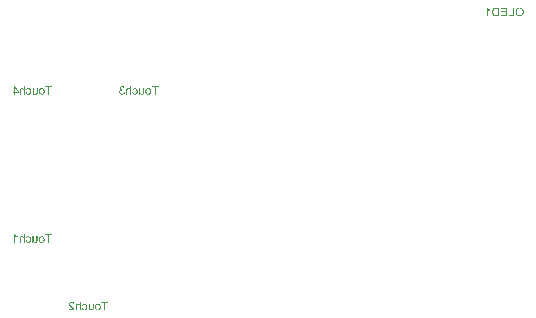
<source format=gbo>
G04*
G04 #@! TF.GenerationSoftware,Altium Limited,Altium Designer,19.1.5 (86)*
G04*
G04 Layer_Color=32896*
%FSLAX25Y25*%
%MOIN*%
G70*
G01*
G75*
G36*
X79481Y184200D02*
X79128D01*
Y185340D01*
X79124Y185427D01*
X79119Y185502D01*
X79111Y185569D01*
X79099Y185623D01*
X79086Y185664D01*
X79078Y185698D01*
X79074Y185714D01*
X79069Y185723D01*
X79045Y185773D01*
X79015Y185818D01*
X78982Y185856D01*
X78949Y185889D01*
X78920Y185914D01*
X78895Y185931D01*
X78878Y185943D01*
X78874Y185947D01*
X78820Y185976D01*
X78770Y185997D01*
X78720Y186010D01*
X78678Y186022D01*
X78637Y186026D01*
X78608Y186030D01*
X78583D01*
X78508Y186026D01*
X78441Y186010D01*
X78387Y185993D01*
X78341Y185968D01*
X78304Y185947D01*
X78279Y185926D01*
X78262Y185910D01*
X78258Y185906D01*
X78221Y185856D01*
X78192Y185793D01*
X78171Y185731D01*
X78154Y185669D01*
X78146Y185610D01*
X78142Y185564D01*
Y185548D01*
Y185535D01*
Y185527D01*
Y185523D01*
Y184200D01*
X77788D01*
Y185519D01*
X77792Y185627D01*
X77801Y185723D01*
X77813Y185802D01*
X77826Y185868D01*
X77838Y185922D01*
X77851Y185960D01*
X77859Y185980D01*
X77863Y185989D01*
X77896Y186047D01*
X77934Y186097D01*
X77975Y186139D01*
X78013Y186176D01*
X78050Y186205D01*
X78079Y186226D01*
X78100Y186238D01*
X78109Y186243D01*
X78175Y186272D01*
X78242Y186297D01*
X78308Y186313D01*
X78371Y186322D01*
X78425Y186330D01*
X78470Y186334D01*
X78508D01*
X78574Y186330D01*
X78641Y186322D01*
X78703Y186309D01*
X78762Y186288D01*
X78870Y186243D01*
X78916Y186218D01*
X78957Y186193D01*
X78995Y186163D01*
X79032Y186139D01*
X79061Y186114D01*
X79082Y186093D01*
X79103Y186072D01*
X79115Y186059D01*
X79124Y186051D01*
X79128Y186047D01*
Y187079D01*
X79481D01*
Y184200D01*
D02*
G37*
G36*
X83741Y184995D02*
Y184915D01*
X83737Y184845D01*
X83733Y184791D01*
X83729Y184741D01*
Y184707D01*
X83724Y184683D01*
X83720Y184666D01*
Y184662D01*
X83708Y184608D01*
X83691Y184558D01*
X83675Y184512D01*
X83654Y184475D01*
X83637Y184441D01*
X83625Y184421D01*
X83616Y184404D01*
X83612Y184400D01*
X83579Y184362D01*
X83541Y184329D01*
X83504Y184300D01*
X83462Y184275D01*
X83429Y184254D01*
X83400Y184237D01*
X83383Y184229D01*
X83375Y184225D01*
X83313Y184200D01*
X83254Y184183D01*
X83196Y184171D01*
X83142Y184163D01*
X83096Y184158D01*
X83059Y184154D01*
X83030D01*
X82955Y184158D01*
X82880Y184171D01*
X82813Y184187D01*
X82747Y184208D01*
X82689Y184237D01*
X82635Y184267D01*
X82585Y184296D01*
X82539Y184329D01*
X82497Y184362D01*
X82464Y184391D01*
X82435Y184425D01*
X82410Y184450D01*
X82389Y184470D01*
X82377Y184487D01*
X82368Y184500D01*
X82364Y184504D01*
Y184200D01*
X82048D01*
Y186288D01*
X82402D01*
Y185169D01*
X82406Y185074D01*
X82410Y184990D01*
X82418Y184920D01*
X82431Y184861D01*
X82443Y184816D01*
X82451Y184782D01*
X82456Y184766D01*
X82460Y184757D01*
X82485Y184707D01*
X82514Y184666D01*
X82547Y184628D01*
X82581Y184595D01*
X82610Y184570D01*
X82635Y184554D01*
X82651Y184541D01*
X82660Y184537D01*
X82714Y184512D01*
X82768Y184491D01*
X82818Y184479D01*
X82863Y184466D01*
X82901Y184462D01*
X82930Y184458D01*
X82959D01*
X83017Y184462D01*
X83067Y184470D01*
X83113Y184483D01*
X83150Y184500D01*
X83184Y184512D01*
X83205Y184525D01*
X83221Y184533D01*
X83225Y184537D01*
X83263Y184570D01*
X83292Y184604D01*
X83317Y184641D01*
X83338Y184674D01*
X83350Y184707D01*
X83358Y184732D01*
X83367Y184749D01*
Y184753D01*
X83375Y184799D01*
X83379Y184853D01*
X83383Y184915D01*
Y184978D01*
X83388Y185036D01*
Y185082D01*
Y185103D01*
Y185115D01*
Y185124D01*
Y185128D01*
Y186288D01*
X83741D01*
Y184995D01*
D02*
G37*
G36*
X80750Y186330D02*
X80842Y186313D01*
X80929Y186293D01*
X81000Y186272D01*
X81062Y186247D01*
X81087Y186234D01*
X81108Y186226D01*
X81125Y186218D01*
X81137Y186209D01*
X81145Y186205D01*
X81149D01*
X81229Y186155D01*
X81299Y186093D01*
X81357Y186030D01*
X81407Y185968D01*
X81445Y185914D01*
X81470Y185868D01*
X81478Y185852D01*
X81486Y185839D01*
X81491Y185831D01*
Y185827D01*
X81528Y185727D01*
X81553Y185627D01*
X81574Y185527D01*
X81586Y185435D01*
X81590Y185394D01*
X81595Y185356D01*
Y185323D01*
X81599Y185294D01*
Y185269D01*
Y185252D01*
Y185240D01*
Y185236D01*
X81595Y185140D01*
X81586Y185053D01*
X81574Y184965D01*
X81557Y184891D01*
X81541Y184816D01*
X81516Y184753D01*
X81495Y184691D01*
X81470Y184637D01*
X81445Y184591D01*
X81424Y184549D01*
X81399Y184512D01*
X81382Y184483D01*
X81366Y184462D01*
X81353Y184445D01*
X81345Y184437D01*
X81341Y184433D01*
X81291Y184383D01*
X81237Y184341D01*
X81183Y184304D01*
X81125Y184271D01*
X81066Y184246D01*
X81012Y184221D01*
X80900Y184187D01*
X80850Y184179D01*
X80804Y184171D01*
X80763Y184163D01*
X80725Y184158D01*
X80696Y184154D01*
X80654D01*
X80592Y184158D01*
X80530Y184163D01*
X80421Y184187D01*
X80322Y184217D01*
X80238Y184254D01*
X80205Y184275D01*
X80172Y184292D01*
X80143Y184308D01*
X80122Y184325D01*
X80105Y184337D01*
X80093Y184346D01*
X80085Y184350D01*
X80080Y184354D01*
X80039Y184396D01*
X80001Y184437D01*
X79935Y184529D01*
X79881Y184624D01*
X79843Y184712D01*
X79814Y184795D01*
X79806Y184828D01*
X79797Y184861D01*
X79793Y184886D01*
X79789Y184903D01*
X79785Y184915D01*
Y184920D01*
X80134Y184965D01*
X80151Y184874D01*
X80176Y184791D01*
X80209Y184724D01*
X80238Y184670D01*
X80268Y184624D01*
X80292Y184595D01*
X80305Y184574D01*
X80313Y184570D01*
X80367Y184529D01*
X80426Y184500D01*
X80484Y184475D01*
X80538Y184462D01*
X80584Y184454D01*
X80625Y184450D01*
X80650Y184445D01*
X80659D01*
X80704Y184450D01*
X80750Y184454D01*
X80833Y184475D01*
X80904Y184504D01*
X80966Y184541D01*
X81012Y184574D01*
X81050Y184604D01*
X81070Y184624D01*
X81079Y184633D01*
X81108Y184670D01*
X81133Y184716D01*
X81170Y184807D01*
X81199Y184911D01*
X81216Y185011D01*
X81229Y185103D01*
X81233Y185140D01*
Y185178D01*
X81237Y185203D01*
Y185228D01*
Y185240D01*
Y185244D01*
Y185319D01*
X81229Y185390D01*
X81220Y185456D01*
X81212Y185515D01*
X81199Y185569D01*
X81183Y185619D01*
X81170Y185664D01*
X81154Y185706D01*
X81137Y185739D01*
X81125Y185768D01*
X81108Y185793D01*
X81095Y185814D01*
X81087Y185831D01*
X81079Y185843D01*
X81070Y185847D01*
Y185852D01*
X81037Y185885D01*
X81004Y185914D01*
X80933Y185964D01*
X80858Y185997D01*
X80792Y186018D01*
X80729Y186035D01*
X80683Y186039D01*
X80663Y186043D01*
X80638D01*
X80575Y186039D01*
X80517Y186026D01*
X80467Y186010D01*
X80421Y185989D01*
X80388Y185968D01*
X80359Y185951D01*
X80342Y185939D01*
X80338Y185935D01*
X80297Y185893D01*
X80259Y185843D01*
X80226Y185789D01*
X80205Y185739D01*
X80184Y185693D01*
X80172Y185656D01*
X80168Y185631D01*
X80164Y185627D01*
Y185623D01*
X79818Y185677D01*
X79847Y185789D01*
X79889Y185885D01*
X79935Y185968D01*
X79980Y186035D01*
X80026Y186089D01*
X80064Y186126D01*
X80089Y186151D01*
X80093Y186159D01*
X80097D01*
X80184Y186218D01*
X80276Y186259D01*
X80367Y186293D01*
X80455Y186313D01*
X80534Y186326D01*
X80567Y186330D01*
X80592D01*
X80617Y186334D01*
X80650D01*
X80750Y186330D01*
D02*
G37*
G36*
X88600Y186738D02*
X87651D01*
Y184200D01*
X87269D01*
Y186738D01*
X86320D01*
Y187079D01*
X88600D01*
Y186738D01*
D02*
G37*
G36*
X77464Y185215D02*
Y184891D01*
X76212D01*
Y184200D01*
X75858D01*
Y184891D01*
X75467D01*
Y185215D01*
X75858D01*
Y187079D01*
X76145D01*
X77464Y185215D01*
D02*
G37*
G36*
X85197Y186330D02*
X85264Y186326D01*
X85393Y186297D01*
X85505Y186259D01*
X85555Y186238D01*
X85601Y186218D01*
X85642Y186197D01*
X85676Y186176D01*
X85709Y186155D01*
X85734Y186139D01*
X85755Y186122D01*
X85771Y186109D01*
X85780Y186105D01*
X85784Y186101D01*
X85842Y186047D01*
X85888Y185985D01*
X85933Y185918D01*
X85967Y185852D01*
X86000Y185781D01*
X86025Y185706D01*
X86046Y185635D01*
X86062Y185569D01*
X86079Y185502D01*
X86087Y185444D01*
X86096Y185386D01*
X86100Y185340D01*
Y185298D01*
X86104Y185269D01*
Y185252D01*
Y185244D01*
X86100Y185149D01*
X86092Y185057D01*
X86079Y184974D01*
X86062Y184895D01*
X86042Y184824D01*
X86021Y184757D01*
X85996Y184695D01*
X85971Y184641D01*
X85946Y184591D01*
X85921Y184549D01*
X85900Y184516D01*
X85879Y184487D01*
X85863Y184462D01*
X85850Y184445D01*
X85842Y184437D01*
X85838Y184433D01*
X85784Y184383D01*
X85730Y184341D01*
X85671Y184304D01*
X85613Y184271D01*
X85555Y184246D01*
X85492Y184221D01*
X85380Y184187D01*
X85330Y184179D01*
X85280Y184171D01*
X85239Y184163D01*
X85201Y184158D01*
X85168Y184154D01*
X85126D01*
X85027Y184158D01*
X84935Y184175D01*
X84848Y184196D01*
X84777Y184217D01*
X84715Y184242D01*
X84690Y184250D01*
X84669Y184258D01*
X84648Y184267D01*
X84636Y184275D01*
X84631Y184279D01*
X84627D01*
X84544Y184333D01*
X84473Y184391D01*
X84411Y184450D01*
X84361Y184508D01*
X84324Y184558D01*
X84294Y184599D01*
X84286Y184616D01*
X84278Y184628D01*
X84274Y184633D01*
Y184637D01*
X84232Y184732D01*
X84203Y184836D01*
X84178Y184941D01*
X84165Y185045D01*
X84157Y185090D01*
Y185132D01*
X84153Y185173D01*
X84149Y185207D01*
Y185236D01*
Y185257D01*
Y185269D01*
Y185273D01*
X84153Y185365D01*
X84161Y185448D01*
X84174Y185527D01*
X84190Y185602D01*
X84211Y185673D01*
X84236Y185735D01*
X84261Y185797D01*
X84286Y185847D01*
X84311Y185893D01*
X84336Y185935D01*
X84361Y185972D01*
X84382Y186001D01*
X84398Y186022D01*
X84411Y186039D01*
X84419Y186047D01*
X84423Y186051D01*
X84477Y186101D01*
X84531Y186143D01*
X84590Y186184D01*
X84648Y186213D01*
X84706Y186243D01*
X84764Y186263D01*
X84877Y186301D01*
X84931Y186309D01*
X84977Y186317D01*
X85018Y186326D01*
X85056Y186330D01*
X85085Y186334D01*
X85126D01*
X85197Y186330D01*
D02*
G37*
G36*
X112061Y187083D02*
X112173Y187062D01*
X112269Y187029D01*
X112352Y186995D01*
X112390Y186975D01*
X112419Y186958D01*
X112448Y186941D01*
X112469Y186925D01*
X112485Y186912D01*
X112498Y186904D01*
X112506Y186900D01*
X112510Y186896D01*
X112589Y186817D01*
X112652Y186729D01*
X112702Y186638D01*
X112743Y186546D01*
X112768Y186467D01*
X112781Y186434D01*
X112789Y186405D01*
X112793Y186380D01*
X112797Y186363D01*
X112801Y186351D01*
Y186347D01*
X112448Y186284D01*
X112431Y186376D01*
X112406Y186455D01*
X112377Y186521D01*
X112348Y186575D01*
X112319Y186617D01*
X112294Y186646D01*
X112277Y186667D01*
X112273Y186671D01*
X112219Y186713D01*
X112161Y186746D01*
X112107Y186767D01*
X112053Y186783D01*
X112003Y186792D01*
X111965Y186800D01*
X111932D01*
X111857Y186796D01*
X111791Y186779D01*
X111732Y186758D01*
X111682Y186738D01*
X111645Y186713D01*
X111616Y186692D01*
X111595Y186675D01*
X111591Y186671D01*
X111545Y186621D01*
X111512Y186567D01*
X111491Y186513D01*
X111474Y186463D01*
X111466Y186417D01*
X111458Y186384D01*
Y186359D01*
Y186355D01*
Y186351D01*
Y186305D01*
X111466Y186263D01*
X111487Y186193D01*
X111516Y186130D01*
X111549Y186076D01*
X111583Y186039D01*
X111612Y186010D01*
X111633Y185993D01*
X111637Y185989D01*
X111641D01*
X111712Y185951D01*
X111778Y185922D01*
X111849Y185901D01*
X111911Y185889D01*
X111965Y185881D01*
X112011Y185872D01*
X112065D01*
X112082Y185877D01*
X112103D01*
X112144Y185564D01*
X112090Y185577D01*
X112040Y185585D01*
X111999Y185594D01*
X111961Y185598D01*
X111932Y185602D01*
X111895D01*
X111807Y185594D01*
X111728Y185577D01*
X111657Y185552D01*
X111599Y185523D01*
X111553Y185494D01*
X111520Y185469D01*
X111499Y185452D01*
X111491Y185444D01*
X111437Y185381D01*
X111395Y185315D01*
X111366Y185248D01*
X111350Y185182D01*
X111337Y185128D01*
X111333Y185082D01*
X111329Y185065D01*
Y185053D01*
Y185045D01*
Y185040D01*
X111337Y184949D01*
X111358Y184866D01*
X111383Y184795D01*
X111416Y184732D01*
X111449Y184683D01*
X111474Y184645D01*
X111495Y184620D01*
X111504Y184612D01*
X111570Y184554D01*
X111641Y184512D01*
X111712Y184483D01*
X111778Y184462D01*
X111836Y184450D01*
X111882Y184445D01*
X111899Y184441D01*
X111924D01*
X111999Y184445D01*
X112069Y184462D01*
X112132Y184483D01*
X112182Y184508D01*
X112223Y184529D01*
X112257Y184549D01*
X112273Y184566D01*
X112281Y184570D01*
X112331Y184628D01*
X112373Y184695D01*
X112410Y184766D01*
X112440Y184841D01*
X112460Y184903D01*
X112469Y184932D01*
X112473Y184957D01*
X112477Y184978D01*
X112481Y184995D01*
X112485Y185003D01*
Y185007D01*
X112839Y184961D01*
X112831Y184895D01*
X112818Y184832D01*
X112781Y184716D01*
X112735Y184616D01*
X112710Y184574D01*
X112685Y184533D01*
X112660Y184495D01*
X112635Y184466D01*
X112614Y184437D01*
X112593Y184416D01*
X112581Y184400D01*
X112568Y184387D01*
X112560Y184379D01*
X112556Y184375D01*
X112506Y184337D01*
X112456Y184300D01*
X112406Y184271D01*
X112352Y184246D01*
X112248Y184204D01*
X112148Y184179D01*
X112103Y184171D01*
X112061Y184163D01*
X112023Y184158D01*
X111990Y184154D01*
X111965Y184150D01*
X111928D01*
X111849Y184154D01*
X111778Y184163D01*
X111707Y184175D01*
X111641Y184192D01*
X111578Y184213D01*
X111524Y184233D01*
X111470Y184258D01*
X111425Y184283D01*
X111379Y184304D01*
X111341Y184329D01*
X111308Y184350D01*
X111283Y184371D01*
X111262Y184387D01*
X111246Y184400D01*
X111237Y184408D01*
X111233Y184412D01*
X111183Y184462D01*
X111142Y184516D01*
X111104Y184570D01*
X111071Y184624D01*
X111046Y184674D01*
X111021Y184728D01*
X110988Y184828D01*
X110979Y184874D01*
X110971Y184915D01*
X110963Y184953D01*
X110959Y184986D01*
X110954Y185011D01*
Y185032D01*
Y185045D01*
Y185049D01*
X110959Y185149D01*
X110975Y185240D01*
X111000Y185319D01*
X111025Y185386D01*
X111050Y185440D01*
X111075Y185481D01*
X111092Y185506D01*
X111096Y185515D01*
X111154Y185577D01*
X111216Y185631D01*
X111283Y185673D01*
X111350Y185706D01*
X111408Y185731D01*
X111454Y185748D01*
X111470Y185752D01*
X111483Y185756D01*
X111491Y185760D01*
X111495D01*
X111425Y185797D01*
X111366Y185835D01*
X111316Y185877D01*
X111275Y185914D01*
X111241Y185947D01*
X111216Y185976D01*
X111204Y185993D01*
X111200Y186001D01*
X111167Y186059D01*
X111142Y186118D01*
X111121Y186176D01*
X111108Y186230D01*
X111100Y186276D01*
X111096Y186309D01*
Y186334D01*
Y186342D01*
X111100Y186413D01*
X111112Y186484D01*
X111129Y186546D01*
X111150Y186600D01*
X111171Y186646D01*
X111187Y186683D01*
X111200Y186704D01*
X111204Y186713D01*
X111246Y186775D01*
X111295Y186829D01*
X111345Y186875D01*
X111395Y186916D01*
X111437Y186946D01*
X111474Y186971D01*
X111499Y186983D01*
X111504Y186987D01*
X111508D01*
X111583Y187021D01*
X111657Y187045D01*
X111732Y187066D01*
X111799Y187079D01*
X111853Y187087D01*
X111899Y187091D01*
X112003D01*
X112061Y187083D01*
D02*
G37*
G36*
X114981Y184200D02*
X114628D01*
Y185340D01*
X114623Y185427D01*
X114619Y185502D01*
X114611Y185569D01*
X114599Y185623D01*
X114586Y185664D01*
X114578Y185698D01*
X114574Y185714D01*
X114569Y185723D01*
X114544Y185773D01*
X114515Y185818D01*
X114482Y185856D01*
X114449Y185889D01*
X114420Y185914D01*
X114395Y185931D01*
X114378Y185943D01*
X114374Y185947D01*
X114320Y185976D01*
X114270Y185997D01*
X114220Y186010D01*
X114178Y186022D01*
X114137Y186026D01*
X114108Y186030D01*
X114083D01*
X114008Y186026D01*
X113941Y186010D01*
X113887Y185993D01*
X113841Y185968D01*
X113804Y185947D01*
X113779Y185926D01*
X113762Y185910D01*
X113758Y185906D01*
X113721Y185856D01*
X113692Y185793D01*
X113671Y185731D01*
X113654Y185669D01*
X113646Y185610D01*
X113642Y185564D01*
Y185548D01*
Y185535D01*
Y185527D01*
Y185523D01*
Y184200D01*
X113288D01*
Y185519D01*
X113292Y185627D01*
X113301Y185723D01*
X113313Y185802D01*
X113326Y185868D01*
X113338Y185922D01*
X113351Y185960D01*
X113359Y185980D01*
X113363Y185989D01*
X113396Y186047D01*
X113434Y186097D01*
X113475Y186139D01*
X113513Y186176D01*
X113550Y186205D01*
X113579Y186226D01*
X113600Y186238D01*
X113609Y186243D01*
X113675Y186272D01*
X113742Y186297D01*
X113808Y186313D01*
X113871Y186322D01*
X113925Y186330D01*
X113970Y186334D01*
X114008D01*
X114074Y186330D01*
X114141Y186322D01*
X114203Y186309D01*
X114262Y186288D01*
X114370Y186243D01*
X114416Y186218D01*
X114457Y186193D01*
X114495Y186163D01*
X114532Y186139D01*
X114561Y186114D01*
X114582Y186093D01*
X114603Y186072D01*
X114615Y186059D01*
X114623Y186051D01*
X114628Y186047D01*
Y187079D01*
X114981D01*
Y184200D01*
D02*
G37*
G36*
X119241Y184995D02*
Y184915D01*
X119237Y184845D01*
X119233Y184791D01*
X119229Y184741D01*
Y184707D01*
X119225Y184683D01*
X119220Y184666D01*
Y184662D01*
X119208Y184608D01*
X119191Y184558D01*
X119175Y184512D01*
X119154Y184475D01*
X119137Y184441D01*
X119125Y184421D01*
X119116Y184404D01*
X119112Y184400D01*
X119079Y184362D01*
X119041Y184329D01*
X119004Y184300D01*
X118962Y184275D01*
X118929Y184254D01*
X118900Y184237D01*
X118883Y184229D01*
X118875Y184225D01*
X118813Y184200D01*
X118754Y184183D01*
X118696Y184171D01*
X118642Y184163D01*
X118596Y184158D01*
X118559Y184154D01*
X118530D01*
X118455Y184158D01*
X118380Y184171D01*
X118313Y184187D01*
X118247Y184208D01*
X118189Y184237D01*
X118135Y184267D01*
X118085Y184296D01*
X118039Y184329D01*
X117997Y184362D01*
X117964Y184391D01*
X117935Y184425D01*
X117910Y184450D01*
X117889Y184470D01*
X117877Y184487D01*
X117868Y184500D01*
X117864Y184504D01*
Y184200D01*
X117548D01*
Y186288D01*
X117902D01*
Y185169D01*
X117906Y185074D01*
X117910Y184990D01*
X117918Y184920D01*
X117931Y184861D01*
X117943Y184816D01*
X117952Y184782D01*
X117956Y184766D01*
X117960Y184757D01*
X117985Y184707D01*
X118014Y184666D01*
X118047Y184628D01*
X118080Y184595D01*
X118110Y184570D01*
X118135Y184554D01*
X118151Y184541D01*
X118159Y184537D01*
X118214Y184512D01*
X118268Y184491D01*
X118318Y184479D01*
X118363Y184466D01*
X118401Y184462D01*
X118430Y184458D01*
X118459D01*
X118517Y184462D01*
X118567Y184470D01*
X118613Y184483D01*
X118650Y184500D01*
X118684Y184512D01*
X118704Y184525D01*
X118721Y184533D01*
X118725Y184537D01*
X118763Y184570D01*
X118792Y184604D01*
X118817Y184641D01*
X118838Y184674D01*
X118850Y184707D01*
X118858Y184732D01*
X118867Y184749D01*
Y184753D01*
X118875Y184799D01*
X118879Y184853D01*
X118883Y184915D01*
Y184978D01*
X118887Y185036D01*
Y185082D01*
Y185103D01*
Y185115D01*
Y185124D01*
Y185128D01*
Y186288D01*
X119241D01*
Y184995D01*
D02*
G37*
G36*
X116250Y186330D02*
X116342Y186313D01*
X116429Y186293D01*
X116500Y186272D01*
X116562Y186247D01*
X116587Y186234D01*
X116608Y186226D01*
X116624Y186218D01*
X116637Y186209D01*
X116645Y186205D01*
X116649D01*
X116728Y186155D01*
X116799Y186093D01*
X116857Y186030D01*
X116907Y185968D01*
X116945Y185914D01*
X116970Y185868D01*
X116978Y185852D01*
X116986Y185839D01*
X116991Y185831D01*
Y185827D01*
X117028Y185727D01*
X117053Y185627D01*
X117074Y185527D01*
X117086Y185435D01*
X117090Y185394D01*
X117095Y185356D01*
Y185323D01*
X117099Y185294D01*
Y185269D01*
Y185252D01*
Y185240D01*
Y185236D01*
X117095Y185140D01*
X117086Y185053D01*
X117074Y184965D01*
X117057Y184891D01*
X117041Y184816D01*
X117016Y184753D01*
X116995Y184691D01*
X116970Y184637D01*
X116945Y184591D01*
X116924Y184549D01*
X116899Y184512D01*
X116882Y184483D01*
X116866Y184462D01*
X116853Y184445D01*
X116845Y184437D01*
X116841Y184433D01*
X116791Y184383D01*
X116737Y184341D01*
X116683Y184304D01*
X116624Y184271D01*
X116566Y184246D01*
X116512Y184221D01*
X116400Y184187D01*
X116350Y184179D01*
X116304Y184171D01*
X116263Y184163D01*
X116225Y184158D01*
X116196Y184154D01*
X116154D01*
X116092Y184158D01*
X116030Y184163D01*
X115921Y184187D01*
X115822Y184217D01*
X115738Y184254D01*
X115705Y184275D01*
X115672Y184292D01*
X115643Y184308D01*
X115622Y184325D01*
X115605Y184337D01*
X115593Y184346D01*
X115585Y184350D01*
X115580Y184354D01*
X115539Y184396D01*
X115501Y184437D01*
X115435Y184529D01*
X115381Y184624D01*
X115343Y184712D01*
X115314Y184795D01*
X115306Y184828D01*
X115297Y184861D01*
X115293Y184886D01*
X115289Y184903D01*
X115285Y184915D01*
Y184920D01*
X115634Y184965D01*
X115651Y184874D01*
X115676Y184791D01*
X115709Y184724D01*
X115738Y184670D01*
X115768Y184624D01*
X115793Y184595D01*
X115805Y184574D01*
X115813Y184570D01*
X115867Y184529D01*
X115926Y184500D01*
X115984Y184475D01*
X116038Y184462D01*
X116084Y184454D01*
X116125Y184450D01*
X116150Y184445D01*
X116159D01*
X116204Y184450D01*
X116250Y184454D01*
X116333Y184475D01*
X116404Y184504D01*
X116466Y184541D01*
X116512Y184574D01*
X116550Y184604D01*
X116570Y184624D01*
X116579Y184633D01*
X116608Y184670D01*
X116633Y184716D01*
X116670Y184807D01*
X116699Y184911D01*
X116716Y185011D01*
X116728Y185103D01*
X116733Y185140D01*
Y185178D01*
X116737Y185203D01*
Y185228D01*
Y185240D01*
Y185244D01*
Y185319D01*
X116728Y185390D01*
X116720Y185456D01*
X116712Y185515D01*
X116699Y185569D01*
X116683Y185619D01*
X116670Y185664D01*
X116654Y185706D01*
X116637Y185739D01*
X116624Y185768D01*
X116608Y185793D01*
X116595Y185814D01*
X116587Y185831D01*
X116579Y185843D01*
X116570Y185847D01*
Y185852D01*
X116537Y185885D01*
X116504Y185914D01*
X116433Y185964D01*
X116358Y185997D01*
X116292Y186018D01*
X116229Y186035D01*
X116183Y186039D01*
X116163Y186043D01*
X116138D01*
X116075Y186039D01*
X116017Y186026D01*
X115967Y186010D01*
X115921Y185989D01*
X115888Y185968D01*
X115859Y185951D01*
X115842Y185939D01*
X115838Y185935D01*
X115797Y185893D01*
X115759Y185843D01*
X115726Y185789D01*
X115705Y185739D01*
X115684Y185693D01*
X115672Y185656D01*
X115668Y185631D01*
X115664Y185627D01*
Y185623D01*
X115318Y185677D01*
X115347Y185789D01*
X115389Y185885D01*
X115435Y185968D01*
X115480Y186035D01*
X115526Y186089D01*
X115564Y186126D01*
X115589Y186151D01*
X115593Y186159D01*
X115597D01*
X115684Y186218D01*
X115776Y186259D01*
X115867Y186293D01*
X115955Y186313D01*
X116034Y186326D01*
X116067Y186330D01*
X116092D01*
X116117Y186334D01*
X116150D01*
X116250Y186330D01*
D02*
G37*
G36*
X124100Y186738D02*
X123152D01*
Y184200D01*
X122769D01*
Y186738D01*
X121820D01*
Y187079D01*
X124100D01*
Y186738D01*
D02*
G37*
G36*
X120697Y186330D02*
X120764Y186326D01*
X120893Y186297D01*
X121005Y186259D01*
X121055Y186238D01*
X121101Y186218D01*
X121142Y186197D01*
X121176Y186176D01*
X121209Y186155D01*
X121234Y186139D01*
X121255Y186122D01*
X121271Y186109D01*
X121280Y186105D01*
X121284Y186101D01*
X121342Y186047D01*
X121388Y185985D01*
X121433Y185918D01*
X121467Y185852D01*
X121500Y185781D01*
X121525Y185706D01*
X121546Y185635D01*
X121562Y185569D01*
X121579Y185502D01*
X121587Y185444D01*
X121596Y185386D01*
X121600Y185340D01*
Y185298D01*
X121604Y185269D01*
Y185252D01*
Y185244D01*
X121600Y185149D01*
X121591Y185057D01*
X121579Y184974D01*
X121562Y184895D01*
X121542Y184824D01*
X121521Y184757D01*
X121496Y184695D01*
X121471Y184641D01*
X121446Y184591D01*
X121421Y184549D01*
X121400Y184516D01*
X121379Y184487D01*
X121363Y184462D01*
X121350Y184445D01*
X121342Y184437D01*
X121338Y184433D01*
X121284Y184383D01*
X121230Y184341D01*
X121171Y184304D01*
X121113Y184271D01*
X121055Y184246D01*
X120993Y184221D01*
X120880Y184187D01*
X120830Y184179D01*
X120780Y184171D01*
X120739Y184163D01*
X120701Y184158D01*
X120668Y184154D01*
X120626D01*
X120527Y184158D01*
X120435Y184175D01*
X120348Y184196D01*
X120277Y184217D01*
X120215Y184242D01*
X120190Y184250D01*
X120169Y184258D01*
X120148Y184267D01*
X120135Y184275D01*
X120131Y184279D01*
X120127D01*
X120044Y184333D01*
X119973Y184391D01*
X119911Y184450D01*
X119861Y184508D01*
X119824Y184558D01*
X119794Y184599D01*
X119786Y184616D01*
X119778Y184628D01*
X119774Y184633D01*
Y184637D01*
X119732Y184732D01*
X119703Y184836D01*
X119678Y184941D01*
X119665Y185045D01*
X119657Y185090D01*
Y185132D01*
X119653Y185173D01*
X119649Y185207D01*
Y185236D01*
Y185257D01*
Y185269D01*
Y185273D01*
X119653Y185365D01*
X119661Y185448D01*
X119674Y185527D01*
X119690Y185602D01*
X119711Y185673D01*
X119736Y185735D01*
X119761Y185797D01*
X119786Y185847D01*
X119811Y185893D01*
X119836Y185935D01*
X119861Y185972D01*
X119882Y186001D01*
X119898Y186022D01*
X119911Y186039D01*
X119919Y186047D01*
X119923Y186051D01*
X119977Y186101D01*
X120031Y186143D01*
X120090Y186184D01*
X120148Y186213D01*
X120206Y186243D01*
X120264Y186263D01*
X120377Y186301D01*
X120431Y186309D01*
X120477Y186317D01*
X120518Y186326D01*
X120556Y186330D01*
X120585Y186334D01*
X120626D01*
X120697Y186330D01*
D02*
G37*
G36*
X79464Y134843D02*
X79110D01*
Y135982D01*
X79106Y136070D01*
X79102Y136145D01*
X79094Y136211D01*
X79081Y136265D01*
X79069Y136307D01*
X79060Y136340D01*
X79056Y136357D01*
X79052Y136365D01*
X79027Y136415D01*
X78998Y136461D01*
X78965Y136498D01*
X78931Y136531D01*
X78902Y136556D01*
X78877Y136573D01*
X78861Y136586D01*
X78857Y136590D01*
X78803Y136619D01*
X78753Y136640D01*
X78703Y136652D01*
X78661Y136665D01*
X78619Y136669D01*
X78590Y136673D01*
X78565D01*
X78491Y136669D01*
X78424Y136652D01*
X78370Y136635D01*
X78324Y136610D01*
X78287Y136590D01*
X78262Y136569D01*
X78245Y136552D01*
X78241Y136548D01*
X78203Y136498D01*
X78174Y136436D01*
X78154Y136373D01*
X78137Y136311D01*
X78129Y136253D01*
X78124Y136207D01*
Y136190D01*
Y136178D01*
Y136170D01*
Y136165D01*
Y134843D01*
X77771D01*
Y136161D01*
X77775Y136269D01*
X77783Y136365D01*
X77796Y136444D01*
X77808Y136511D01*
X77821Y136565D01*
X77833Y136602D01*
X77842Y136623D01*
X77846Y136631D01*
X77879Y136690D01*
X77916Y136740D01*
X77958Y136781D01*
X77996Y136819D01*
X78033Y136848D01*
X78062Y136868D01*
X78083Y136881D01*
X78091Y136885D01*
X78158Y136914D01*
X78224Y136939D01*
X78291Y136956D01*
X78353Y136964D01*
X78407Y136972D01*
X78453Y136977D01*
X78491D01*
X78557Y136972D01*
X78624Y136964D01*
X78686Y136952D01*
X78744Y136931D01*
X78852Y136885D01*
X78898Y136860D01*
X78940Y136835D01*
X78977Y136806D01*
X79015Y136781D01*
X79044Y136756D01*
X79065Y136735D01*
X79085Y136714D01*
X79098Y136702D01*
X79106Y136694D01*
X79110Y136690D01*
Y137721D01*
X79464D01*
Y134843D01*
D02*
G37*
G36*
X76265Y137663D02*
X76311Y137596D01*
X76365Y137530D01*
X76415Y137472D01*
X76465Y137422D01*
X76502Y137380D01*
X76519Y137368D01*
X76531Y137355D01*
X76535Y137351D01*
X76539Y137347D01*
X76627Y137276D01*
X76714Y137210D01*
X76797Y137151D01*
X76881Y137106D01*
X76951Y137064D01*
X76980Y137047D01*
X77005Y137035D01*
X77026Y137022D01*
X77043Y137018D01*
X77051Y137010D01*
X77055D01*
Y136669D01*
X76993Y136694D01*
X76930Y136723D01*
X76868Y136752D01*
X76810Y136781D01*
X76760Y136806D01*
X76718Y136827D01*
X76693Y136844D01*
X76689Y136848D01*
X76685D01*
X76610Y136893D01*
X76544Y136939D01*
X76485Y136981D01*
X76440Y137018D01*
X76398Y137047D01*
X76373Y137072D01*
X76352Y137089D01*
X76348Y137093D01*
Y134843D01*
X75994D01*
Y137734D01*
X76223D01*
X76265Y137663D01*
D02*
G37*
G36*
X83724Y135637D02*
Y135558D01*
X83720Y135487D01*
X83715Y135433D01*
X83711Y135383D01*
Y135350D01*
X83707Y135325D01*
X83703Y135308D01*
Y135304D01*
X83691Y135250D01*
X83674Y135200D01*
X83657Y135154D01*
X83636Y135117D01*
X83620Y135084D01*
X83607Y135063D01*
X83599Y135046D01*
X83595Y135042D01*
X83562Y135005D01*
X83524Y134971D01*
X83487Y134942D01*
X83445Y134917D01*
X83412Y134897D01*
X83383Y134880D01*
X83366Y134872D01*
X83358Y134868D01*
X83295Y134843D01*
X83237Y134826D01*
X83179Y134813D01*
X83125Y134805D01*
X83079Y134801D01*
X83042Y134797D01*
X83012D01*
X82938Y134801D01*
X82863Y134813D01*
X82796Y134830D01*
X82730Y134851D01*
X82671Y134880D01*
X82617Y134909D01*
X82567Y134938D01*
X82522Y134971D01*
X82480Y135005D01*
X82447Y135034D01*
X82418Y135067D01*
X82393Y135092D01*
X82372Y135113D01*
X82359Y135130D01*
X82351Y135142D01*
X82347Y135146D01*
Y134843D01*
X82031D01*
Y136931D01*
X82384D01*
Y135812D01*
X82388Y135716D01*
X82393Y135633D01*
X82401Y135562D01*
X82413Y135504D01*
X82426Y135458D01*
X82434Y135425D01*
X82438Y135408D01*
X82442Y135400D01*
X82468Y135350D01*
X82497Y135308D01*
X82530Y135271D01*
X82563Y135238D01*
X82592Y135213D01*
X82617Y135196D01*
X82634Y135184D01*
X82642Y135179D01*
X82696Y135154D01*
X82750Y135134D01*
X82800Y135121D01*
X82846Y135109D01*
X82884Y135105D01*
X82913Y135100D01*
X82942D01*
X83000Y135105D01*
X83050Y135113D01*
X83096Y135125D01*
X83133Y135142D01*
X83166Y135154D01*
X83187Y135167D01*
X83204Y135175D01*
X83208Y135179D01*
X83245Y135213D01*
X83275Y135246D01*
X83299Y135284D01*
X83320Y135317D01*
X83333Y135350D01*
X83341Y135375D01*
X83349Y135392D01*
Y135396D01*
X83358Y135442D01*
X83362Y135496D01*
X83366Y135558D01*
Y135620D01*
X83370Y135679D01*
Y135724D01*
Y135745D01*
Y135758D01*
Y135766D01*
Y135770D01*
Y136931D01*
X83724D01*
Y135637D01*
D02*
G37*
G36*
X80733Y136972D02*
X80824Y136956D01*
X80912Y136935D01*
X80982Y136914D01*
X81045Y136889D01*
X81070Y136877D01*
X81090Y136868D01*
X81107Y136860D01*
X81120Y136852D01*
X81128Y136848D01*
X81132D01*
X81211Y136798D01*
X81282Y136735D01*
X81340Y136673D01*
X81390Y136610D01*
X81428Y136556D01*
X81452Y136511D01*
X81461Y136494D01*
X81469Y136482D01*
X81473Y136473D01*
Y136469D01*
X81511Y136369D01*
X81536Y136269D01*
X81556Y136170D01*
X81569Y136078D01*
X81573Y136036D01*
X81577Y135999D01*
Y135966D01*
X81581Y135937D01*
Y135912D01*
Y135895D01*
Y135882D01*
Y135878D01*
X81577Y135783D01*
X81569Y135695D01*
X81556Y135608D01*
X81540Y135533D01*
X81523Y135458D01*
X81498Y135396D01*
X81477Y135333D01*
X81452Y135279D01*
X81428Y135234D01*
X81407Y135192D01*
X81382Y135154D01*
X81365Y135125D01*
X81348Y135105D01*
X81336Y135088D01*
X81328Y135080D01*
X81323Y135075D01*
X81274Y135026D01*
X81220Y134984D01*
X81165Y134947D01*
X81107Y134913D01*
X81049Y134888D01*
X80995Y134863D01*
X80883Y134830D01*
X80833Y134822D01*
X80787Y134813D01*
X80745Y134805D01*
X80708Y134801D01*
X80679Y134797D01*
X80637D01*
X80575Y134801D01*
X80512Y134805D01*
X80404Y134830D01*
X80304Y134859D01*
X80221Y134897D01*
X80188Y134917D01*
X80155Y134934D01*
X80125Y134951D01*
X80105Y134967D01*
X80088Y134980D01*
X80076Y134988D01*
X80067Y134992D01*
X80063Y134996D01*
X80021Y135038D01*
X79984Y135080D01*
X79917Y135171D01*
X79863Y135267D01*
X79826Y135354D01*
X79797Y135437D01*
X79788Y135471D01*
X79780Y135504D01*
X79776Y135529D01*
X79772Y135546D01*
X79768Y135558D01*
Y135562D01*
X80117Y135608D01*
X80134Y135516D01*
X80159Y135433D01*
X80192Y135367D01*
X80221Y135313D01*
X80250Y135267D01*
X80275Y135238D01*
X80288Y135217D01*
X80296Y135213D01*
X80350Y135171D01*
X80408Y135142D01*
X80467Y135117D01*
X80521Y135105D01*
X80566Y135096D01*
X80608Y135092D01*
X80633Y135088D01*
X80641D01*
X80687Y135092D01*
X80733Y135096D01*
X80816Y135117D01*
X80887Y135146D01*
X80949Y135184D01*
X80995Y135217D01*
X81032Y135246D01*
X81053Y135267D01*
X81061Y135275D01*
X81090Y135313D01*
X81116Y135358D01*
X81153Y135450D01*
X81182Y135554D01*
X81199Y135654D01*
X81211Y135745D01*
X81215Y135783D01*
Y135820D01*
X81220Y135845D01*
Y135870D01*
Y135882D01*
Y135887D01*
Y135962D01*
X81211Y136032D01*
X81203Y136099D01*
X81195Y136157D01*
X81182Y136211D01*
X81165Y136261D01*
X81153Y136307D01*
X81136Y136348D01*
X81120Y136382D01*
X81107Y136411D01*
X81090Y136436D01*
X81078Y136457D01*
X81070Y136473D01*
X81061Y136486D01*
X81053Y136490D01*
Y136494D01*
X81020Y136527D01*
X80986Y136556D01*
X80916Y136606D01*
X80841Y136640D01*
X80774Y136660D01*
X80712Y136677D01*
X80666Y136681D01*
X80645Y136685D01*
X80620D01*
X80558Y136681D01*
X80500Y136669D01*
X80450Y136652D01*
X80404Y136631D01*
X80371Y136610D01*
X80342Y136594D01*
X80325Y136581D01*
X80321Y136577D01*
X80279Y136536D01*
X80242Y136486D01*
X80209Y136432D01*
X80188Y136382D01*
X80167Y136336D01*
X80155Y136299D01*
X80150Y136274D01*
X80146Y136269D01*
Y136265D01*
X79801Y136319D01*
X79830Y136432D01*
X79872Y136527D01*
X79917Y136610D01*
X79963Y136677D01*
X80009Y136731D01*
X80046Y136769D01*
X80071Y136794D01*
X80076Y136802D01*
X80080D01*
X80167Y136860D01*
X80259Y136902D01*
X80350Y136935D01*
X80437Y136956D01*
X80516Y136968D01*
X80550Y136972D01*
X80575D01*
X80600Y136977D01*
X80633D01*
X80733Y136972D01*
D02*
G37*
G36*
X88583Y137380D02*
X87634D01*
Y134843D01*
X87252D01*
Y137380D01*
X86303D01*
Y137721D01*
X88583D01*
Y137380D01*
D02*
G37*
G36*
X85180Y136972D02*
X85246Y136968D01*
X85375Y136939D01*
X85488Y136902D01*
X85538Y136881D01*
X85583Y136860D01*
X85625Y136839D01*
X85658Y136819D01*
X85691Y136798D01*
X85716Y136781D01*
X85737Y136764D01*
X85754Y136752D01*
X85762Y136748D01*
X85766Y136744D01*
X85825Y136690D01*
X85870Y136627D01*
X85916Y136561D01*
X85949Y136494D01*
X85983Y136423D01*
X86008Y136348D01*
X86028Y136278D01*
X86045Y136211D01*
X86062Y136145D01*
X86070Y136086D01*
X86078Y136028D01*
X86083Y135982D01*
Y135941D01*
X86087Y135912D01*
Y135895D01*
Y135887D01*
X86083Y135791D01*
X86074Y135699D01*
X86062Y135616D01*
X86045Y135537D01*
X86024Y135467D01*
X86004Y135400D01*
X85979Y135338D01*
X85954Y135284D01*
X85929Y135234D01*
X85904Y135192D01*
X85883Y135159D01*
X85862Y135130D01*
X85845Y135105D01*
X85833Y135088D01*
X85825Y135080D01*
X85820Y135075D01*
X85766Y135026D01*
X85712Y134984D01*
X85654Y134947D01*
X85596Y134913D01*
X85538Y134888D01*
X85475Y134863D01*
X85363Y134830D01*
X85313Y134822D01*
X85263Y134813D01*
X85221Y134805D01*
X85184Y134801D01*
X85151Y134797D01*
X85109D01*
X85009Y134801D01*
X84918Y134818D01*
X84830Y134838D01*
X84760Y134859D01*
X84697Y134884D01*
X84672Y134892D01*
X84651Y134901D01*
X84631Y134909D01*
X84618Y134917D01*
X84614Y134922D01*
X84610D01*
X84527Y134976D01*
X84456Y135034D01*
X84394Y135092D01*
X84344Y135150D01*
X84306Y135200D01*
X84277Y135242D01*
X84269Y135258D01*
X84260Y135271D01*
X84256Y135275D01*
Y135279D01*
X84215Y135375D01*
X84186Y135479D01*
X84161Y135583D01*
X84148Y135687D01*
X84140Y135733D01*
Y135774D01*
X84136Y135816D01*
X84131Y135849D01*
Y135878D01*
Y135899D01*
Y135912D01*
Y135916D01*
X84136Y136007D01*
X84144Y136091D01*
X84156Y136170D01*
X84173Y136244D01*
X84194Y136315D01*
X84219Y136378D01*
X84244Y136440D01*
X84269Y136490D01*
X84294Y136536D01*
X84319Y136577D01*
X84344Y136615D01*
X84364Y136644D01*
X84381Y136665D01*
X84394Y136681D01*
X84402Y136690D01*
X84406Y136694D01*
X84460Y136744D01*
X84514Y136785D01*
X84572Y136827D01*
X84631Y136856D01*
X84689Y136885D01*
X84747Y136906D01*
X84860Y136943D01*
X84914Y136952D01*
X84959Y136960D01*
X85001Y136968D01*
X85038Y136972D01*
X85067Y136977D01*
X85109D01*
X85180Y136972D01*
D02*
G37*
G36*
X95165Y115187D02*
X95236Y115183D01*
X95303Y115170D01*
X95365Y115158D01*
X95423Y115141D01*
X95477Y115125D01*
X95527Y115104D01*
X95573Y115083D01*
X95615Y115062D01*
X95648Y115041D01*
X95677Y115025D01*
X95702Y115008D01*
X95723Y114996D01*
X95735Y114983D01*
X95744Y114979D01*
X95748Y114975D01*
X95789Y114933D01*
X95827Y114887D01*
X95864Y114838D01*
X95893Y114788D01*
X95943Y114688D01*
X95977Y114588D01*
X95989Y114542D01*
X96001Y114497D01*
X96010Y114459D01*
X96018Y114426D01*
X96022Y114397D01*
Y114376D01*
X96026Y114363D01*
Y114359D01*
X95665Y114322D01*
X95656Y114417D01*
X95639Y114501D01*
X95615Y114576D01*
X95585Y114634D01*
X95560Y114684D01*
X95535Y114717D01*
X95519Y114738D01*
X95511Y114746D01*
X95448Y114796D01*
X95382Y114833D01*
X95311Y114863D01*
X95249Y114879D01*
X95190Y114892D01*
X95140Y114896D01*
X95124Y114900D01*
X95099D01*
X95011Y114896D01*
X94932Y114879D01*
X94866Y114854D01*
X94807Y114829D01*
X94762Y114800D01*
X94733Y114779D01*
X94712Y114763D01*
X94704Y114754D01*
X94654Y114696D01*
X94616Y114638D01*
X94587Y114580D01*
X94570Y114521D01*
X94558Y114476D01*
X94554Y114434D01*
X94550Y114409D01*
Y114405D01*
Y114401D01*
X94558Y114326D01*
X94575Y114247D01*
X94604Y114176D01*
X94633Y114110D01*
X94666Y114056D01*
X94695Y114010D01*
X94704Y113993D01*
X94712Y113981D01*
X94720Y113977D01*
Y113972D01*
X94753Y113927D01*
X94795Y113881D01*
X94841Y113831D01*
X94891Y113781D01*
X94995Y113681D01*
X95099Y113581D01*
X95153Y113535D01*
X95199Y113494D01*
X95244Y113456D01*
X95282Y113423D01*
X95311Y113398D01*
X95336Y113377D01*
X95353Y113365D01*
X95357Y113361D01*
X95461Y113273D01*
X95556Y113190D01*
X95635Y113115D01*
X95698Y113053D01*
X95752Y112999D01*
X95789Y112961D01*
X95810Y112936D01*
X95818Y112932D01*
Y112928D01*
X95877Y112857D01*
X95922Y112791D01*
X95964Y112724D01*
X95997Y112666D01*
X96022Y112616D01*
X96039Y112579D01*
X96047Y112554D01*
X96051Y112550D01*
Y112545D01*
X96068Y112500D01*
X96076Y112458D01*
X96085Y112417D01*
X96089Y112379D01*
X96093Y112346D01*
Y112321D01*
Y112304D01*
Y112300D01*
X94183D01*
Y112641D01*
X95602D01*
X95552Y112712D01*
X95527Y112741D01*
X95506Y112770D01*
X95486Y112795D01*
X95469Y112812D01*
X95456Y112824D01*
X95452Y112828D01*
X95432Y112849D01*
X95407Y112870D01*
X95348Y112924D01*
X95282Y112986D01*
X95211Y113049D01*
X95144Y113103D01*
X95115Y113128D01*
X95090Y113153D01*
X95070Y113169D01*
X95053Y113182D01*
X95045Y113190D01*
X95041Y113194D01*
X94974Y113253D01*
X94907Y113307D01*
X94849Y113361D01*
X94795Y113407D01*
X94745Y113452D01*
X94704Y113494D01*
X94662Y113531D01*
X94629Y113565D01*
X94595Y113598D01*
X94570Y113623D01*
X94550Y113644D01*
X94529Y113664D01*
X94508Y113689D01*
X94500Y113698D01*
X94441Y113768D01*
X94392Y113831D01*
X94350Y113893D01*
X94317Y113943D01*
X94292Y113989D01*
X94275Y114022D01*
X94267Y114043D01*
X94263Y114051D01*
X94238Y114114D01*
X94221Y114176D01*
X94204Y114234D01*
X94196Y114284D01*
X94192Y114330D01*
X94188Y114363D01*
Y114384D01*
Y114392D01*
X94192Y114455D01*
X94200Y114513D01*
X94209Y114571D01*
X94225Y114621D01*
X94267Y114721D01*
X94308Y114800D01*
X94333Y114838D01*
X94354Y114867D01*
X94375Y114896D01*
X94396Y114917D01*
X94412Y114933D01*
X94421Y114950D01*
X94429Y114954D01*
X94433Y114958D01*
X94479Y115000D01*
X94529Y115037D01*
X94583Y115066D01*
X94637Y115091D01*
X94745Y115133D01*
X94853Y115162D01*
X94899Y115170D01*
X94945Y115179D01*
X94986Y115183D01*
X95020Y115187D01*
X95049Y115191D01*
X95090D01*
X95165Y115187D01*
D02*
G37*
G36*
X98181Y112300D02*
X97828D01*
Y113440D01*
X97824Y113527D01*
X97819Y113602D01*
X97811Y113669D01*
X97799Y113723D01*
X97786Y113764D01*
X97778Y113798D01*
X97774Y113814D01*
X97769Y113823D01*
X97745Y113873D01*
X97715Y113918D01*
X97682Y113956D01*
X97649Y113989D01*
X97620Y114014D01*
X97595Y114031D01*
X97578Y114043D01*
X97574Y114047D01*
X97520Y114076D01*
X97470Y114097D01*
X97420Y114110D01*
X97378Y114122D01*
X97337Y114126D01*
X97308Y114130D01*
X97283D01*
X97208Y114126D01*
X97141Y114110D01*
X97087Y114093D01*
X97041Y114068D01*
X97004Y114047D01*
X96979Y114026D01*
X96962Y114010D01*
X96958Y114006D01*
X96921Y113956D01*
X96892Y113893D01*
X96871Y113831D01*
X96854Y113768D01*
X96846Y113710D01*
X96842Y113664D01*
Y113648D01*
Y113635D01*
Y113627D01*
Y113623D01*
Y112300D01*
X96488D01*
Y113619D01*
X96492Y113727D01*
X96501Y113823D01*
X96513Y113902D01*
X96526Y113968D01*
X96538Y114022D01*
X96551Y114060D01*
X96559Y114081D01*
X96563Y114089D01*
X96596Y114147D01*
X96634Y114197D01*
X96675Y114239D01*
X96713Y114276D01*
X96750Y114305D01*
X96779Y114326D01*
X96800Y114338D01*
X96808Y114343D01*
X96875Y114372D01*
X96942Y114397D01*
X97008Y114413D01*
X97071Y114422D01*
X97125Y114430D01*
X97170Y114434D01*
X97208D01*
X97274Y114430D01*
X97341Y114422D01*
X97403Y114409D01*
X97462Y114388D01*
X97570Y114343D01*
X97615Y114318D01*
X97657Y114293D01*
X97695Y114263D01*
X97732Y114239D01*
X97761Y114214D01*
X97782Y114193D01*
X97803Y114172D01*
X97815Y114160D01*
X97824Y114151D01*
X97828Y114147D01*
Y115179D01*
X98181D01*
Y112300D01*
D02*
G37*
G36*
X102441Y113095D02*
Y113015D01*
X102437Y112945D01*
X102433Y112891D01*
X102429Y112841D01*
Y112808D01*
X102425Y112783D01*
X102420Y112766D01*
Y112762D01*
X102408Y112708D01*
X102391Y112658D01*
X102375Y112612D01*
X102354Y112575D01*
X102337Y112541D01*
X102325Y112521D01*
X102316Y112504D01*
X102312Y112500D01*
X102279Y112462D01*
X102241Y112429D01*
X102204Y112400D01*
X102162Y112375D01*
X102129Y112354D01*
X102100Y112337D01*
X102083Y112329D01*
X102075Y112325D01*
X102013Y112300D01*
X101954Y112283D01*
X101896Y112271D01*
X101842Y112263D01*
X101796Y112258D01*
X101759Y112254D01*
X101730D01*
X101655Y112258D01*
X101580Y112271D01*
X101513Y112287D01*
X101447Y112308D01*
X101389Y112337D01*
X101335Y112367D01*
X101285Y112396D01*
X101239Y112429D01*
X101197Y112462D01*
X101164Y112491D01*
X101135Y112525D01*
X101110Y112550D01*
X101089Y112570D01*
X101077Y112587D01*
X101068Y112600D01*
X101064Y112604D01*
Y112300D01*
X100748D01*
Y114388D01*
X101102D01*
Y113269D01*
X101106Y113174D01*
X101110Y113090D01*
X101118Y113020D01*
X101131Y112961D01*
X101143Y112916D01*
X101152Y112882D01*
X101156Y112866D01*
X101160Y112857D01*
X101185Y112808D01*
X101214Y112766D01*
X101247Y112729D01*
X101280Y112695D01*
X101310Y112670D01*
X101335Y112654D01*
X101351Y112641D01*
X101359Y112637D01*
X101414Y112612D01*
X101468Y112591D01*
X101518Y112579D01*
X101563Y112566D01*
X101601Y112562D01*
X101630Y112558D01*
X101659D01*
X101717Y112562D01*
X101767Y112570D01*
X101813Y112583D01*
X101850Y112600D01*
X101884Y112612D01*
X101904Y112625D01*
X101921Y112633D01*
X101925Y112637D01*
X101963Y112670D01*
X101992Y112704D01*
X102017Y112741D01*
X102038Y112774D01*
X102050Y112808D01*
X102058Y112832D01*
X102067Y112849D01*
Y112853D01*
X102075Y112899D01*
X102079Y112953D01*
X102083Y113015D01*
Y113078D01*
X102087Y113136D01*
Y113182D01*
Y113203D01*
Y113215D01*
Y113224D01*
Y113228D01*
Y114388D01*
X102441D01*
Y113095D01*
D02*
G37*
G36*
X99450Y114430D02*
X99542Y114413D01*
X99629Y114392D01*
X99700Y114372D01*
X99762Y114347D01*
X99787Y114334D01*
X99808Y114326D01*
X99825Y114318D01*
X99837Y114309D01*
X99845Y114305D01*
X99849D01*
X99928Y114255D01*
X99999Y114193D01*
X100057Y114130D01*
X100107Y114068D01*
X100145Y114014D01*
X100170Y113968D01*
X100178Y113952D01*
X100186Y113939D01*
X100191Y113931D01*
Y113927D01*
X100228Y113827D01*
X100253Y113727D01*
X100274Y113627D01*
X100286Y113535D01*
X100290Y113494D01*
X100295Y113456D01*
Y113423D01*
X100299Y113394D01*
Y113369D01*
Y113353D01*
Y113340D01*
Y113336D01*
X100295Y113240D01*
X100286Y113153D01*
X100274Y113065D01*
X100257Y112991D01*
X100241Y112916D01*
X100215Y112853D01*
X100195Y112791D01*
X100170Y112737D01*
X100145Y112691D01*
X100124Y112649D01*
X100099Y112612D01*
X100082Y112583D01*
X100066Y112562D01*
X100053Y112545D01*
X100045Y112537D01*
X100041Y112533D01*
X99991Y112483D01*
X99937Y112441D01*
X99883Y112404D01*
X99825Y112371D01*
X99766Y112346D01*
X99712Y112321D01*
X99600Y112287D01*
X99550Y112279D01*
X99504Y112271D01*
X99463Y112263D01*
X99425Y112258D01*
X99396Y112254D01*
X99354D01*
X99292Y112258D01*
X99230Y112263D01*
X99121Y112287D01*
X99022Y112317D01*
X98938Y112354D01*
X98905Y112375D01*
X98872Y112391D01*
X98843Y112408D01*
X98822Y112425D01*
X98805Y112437D01*
X98793Y112446D01*
X98785Y112450D01*
X98780Y112454D01*
X98739Y112496D01*
X98701Y112537D01*
X98635Y112629D01*
X98581Y112724D01*
X98543Y112812D01*
X98514Y112895D01*
X98506Y112928D01*
X98497Y112961D01*
X98493Y112986D01*
X98489Y113003D01*
X98485Y113015D01*
Y113020D01*
X98834Y113065D01*
X98851Y112974D01*
X98876Y112891D01*
X98909Y112824D01*
X98938Y112770D01*
X98967Y112724D01*
X98993Y112695D01*
X99005Y112674D01*
X99013Y112670D01*
X99067Y112629D01*
X99126Y112600D01*
X99184Y112575D01*
X99238Y112562D01*
X99284Y112554D01*
X99325Y112550D01*
X99350Y112545D01*
X99359D01*
X99404Y112550D01*
X99450Y112554D01*
X99533Y112575D01*
X99604Y112604D01*
X99666Y112641D01*
X99712Y112674D01*
X99750Y112704D01*
X99770Y112724D01*
X99779Y112733D01*
X99808Y112770D01*
X99833Y112816D01*
X99870Y112907D01*
X99899Y113011D01*
X99916Y113111D01*
X99928Y113203D01*
X99933Y113240D01*
Y113278D01*
X99937Y113303D01*
Y113328D01*
Y113340D01*
Y113344D01*
Y113419D01*
X99928Y113490D01*
X99920Y113556D01*
X99912Y113615D01*
X99899Y113669D01*
X99883Y113719D01*
X99870Y113764D01*
X99854Y113806D01*
X99837Y113839D01*
X99825Y113868D01*
X99808Y113893D01*
X99795Y113914D01*
X99787Y113931D01*
X99779Y113943D01*
X99770Y113947D01*
Y113952D01*
X99737Y113985D01*
X99704Y114014D01*
X99633Y114064D01*
X99558Y114097D01*
X99492Y114118D01*
X99429Y114135D01*
X99383Y114139D01*
X99363Y114143D01*
X99338D01*
X99275Y114139D01*
X99217Y114126D01*
X99167Y114110D01*
X99121Y114089D01*
X99088Y114068D01*
X99059Y114051D01*
X99042Y114039D01*
X99038Y114035D01*
X98997Y113993D01*
X98959Y113943D01*
X98926Y113889D01*
X98905Y113839D01*
X98884Y113793D01*
X98872Y113756D01*
X98868Y113731D01*
X98864Y113727D01*
Y113723D01*
X98518Y113777D01*
X98547Y113889D01*
X98589Y113985D01*
X98635Y114068D01*
X98681Y114135D01*
X98726Y114189D01*
X98764Y114226D01*
X98789Y114251D01*
X98793Y114259D01*
X98797D01*
X98884Y114318D01*
X98976Y114359D01*
X99067Y114392D01*
X99155Y114413D01*
X99234Y114426D01*
X99267Y114430D01*
X99292D01*
X99317Y114434D01*
X99350D01*
X99450Y114430D01*
D02*
G37*
G36*
X107300Y114838D02*
X106351D01*
Y112300D01*
X105969D01*
Y114838D01*
X105020D01*
Y115179D01*
X107300D01*
Y114838D01*
D02*
G37*
G36*
X103897Y114430D02*
X103964Y114426D01*
X104093Y114397D01*
X104205Y114359D01*
X104255Y114338D01*
X104301Y114318D01*
X104342Y114297D01*
X104376Y114276D01*
X104409Y114255D01*
X104434Y114239D01*
X104455Y114222D01*
X104471Y114209D01*
X104480Y114205D01*
X104484Y114201D01*
X104542Y114147D01*
X104588Y114085D01*
X104633Y114018D01*
X104667Y113952D01*
X104700Y113881D01*
X104725Y113806D01*
X104746Y113735D01*
X104762Y113669D01*
X104779Y113602D01*
X104787Y113544D01*
X104796Y113486D01*
X104800Y113440D01*
Y113398D01*
X104804Y113369D01*
Y113353D01*
Y113344D01*
X104800Y113249D01*
X104791Y113157D01*
X104779Y113074D01*
X104762Y112995D01*
X104742Y112924D01*
X104721Y112857D01*
X104696Y112795D01*
X104671Y112741D01*
X104646Y112691D01*
X104621Y112649D01*
X104600Y112616D01*
X104579Y112587D01*
X104563Y112562D01*
X104550Y112545D01*
X104542Y112537D01*
X104538Y112533D01*
X104484Y112483D01*
X104430Y112441D01*
X104371Y112404D01*
X104313Y112371D01*
X104255Y112346D01*
X104192Y112321D01*
X104080Y112287D01*
X104030Y112279D01*
X103980Y112271D01*
X103939Y112263D01*
X103901Y112258D01*
X103868Y112254D01*
X103826D01*
X103727Y112258D01*
X103635Y112275D01*
X103548Y112296D01*
X103477Y112317D01*
X103415Y112342D01*
X103390Y112350D01*
X103369Y112358D01*
X103348Y112367D01*
X103335Y112375D01*
X103331Y112379D01*
X103327D01*
X103244Y112433D01*
X103173Y112491D01*
X103111Y112550D01*
X103061Y112608D01*
X103024Y112658D01*
X102994Y112699D01*
X102986Y112716D01*
X102978Y112729D01*
X102974Y112733D01*
Y112737D01*
X102932Y112832D01*
X102903Y112936D01*
X102878Y113040D01*
X102865Y113145D01*
X102857Y113190D01*
Y113232D01*
X102853Y113273D01*
X102849Y113307D01*
Y113336D01*
Y113357D01*
Y113369D01*
Y113373D01*
X102853Y113465D01*
X102861Y113548D01*
X102874Y113627D01*
X102890Y113702D01*
X102911Y113773D01*
X102936Y113835D01*
X102961Y113897D01*
X102986Y113947D01*
X103011Y113993D01*
X103036Y114035D01*
X103061Y114072D01*
X103082Y114101D01*
X103098Y114122D01*
X103111Y114139D01*
X103119Y114147D01*
X103123Y114151D01*
X103177Y114201D01*
X103232Y114243D01*
X103290Y114284D01*
X103348Y114313D01*
X103406Y114343D01*
X103464Y114363D01*
X103577Y114401D01*
X103631Y114409D01*
X103677Y114417D01*
X103718Y114426D01*
X103756Y114430D01*
X103785Y114434D01*
X103826D01*
X103897Y114430D01*
D02*
G37*
G36*
X233815Y213121D02*
X233861Y213054D01*
X233915Y212987D01*
X233965Y212929D01*
X234015Y212879D01*
X234052Y212838D01*
X234069Y212825D01*
X234081Y212813D01*
X234085Y212808D01*
X234090Y212804D01*
X234177Y212734D01*
X234264Y212667D01*
X234348Y212609D01*
X234431Y212563D01*
X234501Y212521D01*
X234531Y212505D01*
X234556Y212492D01*
X234576Y212480D01*
X234593Y212476D01*
X234601Y212467D01*
X234605D01*
Y212126D01*
X234543Y212151D01*
X234481Y212180D01*
X234418Y212209D01*
X234360Y212239D01*
X234310Y212263D01*
X234268Y212284D01*
X234243Y212301D01*
X234239Y212305D01*
X234235D01*
X234160Y212351D01*
X234094Y212397D01*
X234035Y212438D01*
X233990Y212476D01*
X233948Y212505D01*
X233923Y212530D01*
X233902Y212546D01*
X233898Y212551D01*
Y210300D01*
X233545D01*
Y213191D01*
X233773D01*
X233815Y213121D01*
D02*
G37*
G36*
X242572Y210300D02*
X240771D01*
Y210641D01*
X242189D01*
Y213179D01*
X242572D01*
Y210300D01*
D02*
G37*
G36*
X240313D02*
X238162D01*
Y210641D01*
X239930D01*
Y211619D01*
X238337D01*
Y211960D01*
X239930D01*
Y212838D01*
X238229D01*
Y213179D01*
X240313D01*
Y210300D01*
D02*
G37*
G36*
X237634D02*
X236598D01*
X236502Y210304D01*
X236415Y210308D01*
X236336Y210317D01*
X236269Y210325D01*
X236211Y210333D01*
X236170Y210337D01*
X236157Y210342D01*
X236145Y210346D01*
X236136D01*
X236061Y210367D01*
X235995Y210391D01*
X235937Y210412D01*
X235887Y210437D01*
X235845Y210458D01*
X235816Y210475D01*
X235799Y210487D01*
X235791Y210491D01*
X235737Y210529D01*
X235691Y210575D01*
X235645Y210616D01*
X235608Y210658D01*
X235575Y210695D01*
X235550Y210724D01*
X235533Y210745D01*
X235529Y210753D01*
X235487Y210820D01*
X235446Y210891D01*
X235413Y210957D01*
X235387Y211024D01*
X235363Y211082D01*
X235346Y211128D01*
X235342Y211144D01*
X235338Y211157D01*
X235333Y211165D01*
Y211169D01*
X235309Y211269D01*
X235288Y211369D01*
X235275Y211465D01*
X235263Y211556D01*
X235259Y211635D01*
Y211669D01*
X235254Y211698D01*
Y211719D01*
Y211739D01*
Y211748D01*
Y211752D01*
X235259Y211893D01*
X235271Y212022D01*
X235292Y212139D01*
X235300Y212193D01*
X235313Y212239D01*
X235325Y212284D01*
X235333Y212322D01*
X235342Y212355D01*
X235354Y212384D01*
X235358Y212409D01*
X235367Y212426D01*
X235371Y212434D01*
Y212438D01*
X235417Y212546D01*
X235471Y212642D01*
X235529Y212725D01*
X235583Y212796D01*
X235633Y212854D01*
X235675Y212896D01*
X235691Y212908D01*
X235704Y212921D01*
X235708Y212925D01*
X235712Y212929D01*
X235779Y212983D01*
X235849Y213025D01*
X235920Y213062D01*
X235987Y213091D01*
X236045Y213112D01*
X236091Y213125D01*
X236107Y213133D01*
X236120D01*
X236128Y213137D01*
X236132D01*
X236203Y213150D01*
X236286Y213162D01*
X236369Y213170D01*
X236453Y213175D01*
X236527Y213179D01*
X237634D01*
Y210300D01*
D02*
G37*
G36*
X244535Y213225D02*
X244639Y213212D01*
X244739Y213191D01*
X244835Y213166D01*
X244922Y213133D01*
X245005Y213100D01*
X245080Y213062D01*
X245147Y213025D01*
X245209Y212987D01*
X245263Y212950D01*
X245309Y212917D01*
X245347Y212883D01*
X245376Y212858D01*
X245401Y212838D01*
X245413Y212825D01*
X245417Y212821D01*
X245484Y212742D01*
X245542Y212659D01*
X245596Y212567D01*
X245638Y212476D01*
X245675Y212380D01*
X245708Y212288D01*
X245733Y212197D01*
X245750Y212110D01*
X245767Y212026D01*
X245779Y211947D01*
X245788Y211877D01*
X245796Y211818D01*
Y211769D01*
X245800Y211731D01*
Y211706D01*
Y211702D01*
Y211698D01*
X245792Y211556D01*
X245775Y211427D01*
X245750Y211303D01*
X245733Y211248D01*
X245717Y211194D01*
X245704Y211149D01*
X245688Y211107D01*
X245675Y211070D01*
X245663Y211036D01*
X245654Y211011D01*
X245646Y210995D01*
X245638Y210982D01*
Y210978D01*
X245567Y210857D01*
X245492Y210753D01*
X245409Y210662D01*
X245330Y210587D01*
X245259Y210525D01*
X245230Y210500D01*
X245205Y210483D01*
X245180Y210466D01*
X245163Y210454D01*
X245155Y210450D01*
X245151Y210446D01*
X245089Y210412D01*
X245026Y210383D01*
X244901Y210333D01*
X244781Y210300D01*
X244669Y210275D01*
X244614Y210267D01*
X244569Y210263D01*
X244527Y210254D01*
X244490D01*
X244465Y210250D01*
X244423D01*
X244286Y210258D01*
X244157Y210279D01*
X244036Y210304D01*
X243982Y210321D01*
X243932Y210337D01*
X243886Y210354D01*
X243845Y210371D01*
X243811Y210383D01*
X243782Y210396D01*
X243757Y210408D01*
X243737Y210417D01*
X243728Y210425D01*
X243724D01*
X243608Y210500D01*
X243508Y210583D01*
X243425Y210670D01*
X243354Y210753D01*
X243296Y210833D01*
X243275Y210862D01*
X243258Y210891D01*
X243242Y210916D01*
X243233Y210932D01*
X243225Y210945D01*
Y210949D01*
X243192Y211016D01*
X243167Y211082D01*
X243121Y211215D01*
X243088Y211348D01*
X243067Y211469D01*
X243063Y211523D01*
X243054Y211573D01*
X243050Y211619D01*
Y211656D01*
X243046Y211689D01*
Y211710D01*
Y211727D01*
Y211731D01*
X243054Y211889D01*
X243071Y212035D01*
X243084Y212101D01*
X243100Y212168D01*
X243117Y212226D01*
X243129Y212280D01*
X243146Y212330D01*
X243163Y212376D01*
X243175Y212413D01*
X243192Y212447D01*
X243200Y212472D01*
X243208Y212488D01*
X243217Y212501D01*
Y212505D01*
X243283Y212625D01*
X243362Y212734D01*
X243445Y212825D01*
X243520Y212900D01*
X243591Y212958D01*
X243624Y212983D01*
X243649Y213004D01*
X243674Y213017D01*
X243691Y213029D01*
X243699Y213033D01*
X243703Y213037D01*
X243766Y213071D01*
X243828Y213100D01*
X243949Y213150D01*
X244074Y213183D01*
X244182Y213204D01*
X244232Y213212D01*
X244282Y213220D01*
X244319Y213225D01*
X244356D01*
X244386Y213229D01*
X244423D01*
X244535Y213225D01*
D02*
G37*
%LPC*%
G36*
X76212Y186505D02*
Y185215D01*
X77118D01*
X76212Y186505D01*
D02*
G37*
G36*
X85151Y186043D02*
X85126D01*
X85076Y186039D01*
X85031Y186035D01*
X84948Y186014D01*
X84873Y185980D01*
X84810Y185943D01*
X84760Y185906D01*
X84723Y185877D01*
X84698Y185852D01*
X84690Y185847D01*
Y185843D01*
X84656Y185806D01*
X84631Y185760D01*
X84586Y185669D01*
X84552Y185569D01*
X84531Y185477D01*
X84519Y185390D01*
X84515Y185352D01*
Y185319D01*
X84511Y185294D01*
Y185273D01*
Y185261D01*
Y185257D01*
Y185182D01*
X84519Y185111D01*
X84527Y185049D01*
X84540Y184986D01*
X84552Y184932D01*
X84569Y184882D01*
X84581Y184836D01*
X84598Y184795D01*
X84615Y184762D01*
X84631Y184728D01*
X84648Y184703D01*
X84661Y184683D01*
X84673Y184666D01*
X84681Y184653D01*
X84685Y184649D01*
X84690Y184645D01*
X84723Y184612D01*
X84760Y184579D01*
X84831Y184529D01*
X84906Y184495D01*
X84973Y184470D01*
X85035Y184458D01*
X85081Y184450D01*
X85101Y184445D01*
X85126D01*
X85176Y184450D01*
X85222Y184454D01*
X85309Y184475D01*
X85384Y184508D01*
X85447Y184545D01*
X85497Y184579D01*
X85534Y184612D01*
X85559Y184633D01*
X85563Y184641D01*
X85567D01*
X85597Y184683D01*
X85626Y184724D01*
X85667Y184820D01*
X85701Y184920D01*
X85721Y185020D01*
X85734Y185107D01*
X85738Y185144D01*
Y185178D01*
X85742Y185207D01*
Y185228D01*
Y185240D01*
Y185244D01*
X85738Y185315D01*
X85734Y185386D01*
X85725Y185448D01*
X85713Y185506D01*
X85701Y185560D01*
X85688Y185610D01*
X85671Y185652D01*
X85655Y185693D01*
X85638Y185727D01*
X85621Y185760D01*
X85609Y185785D01*
X85597Y185806D01*
X85584Y185822D01*
X85576Y185835D01*
X85567Y185839D01*
Y185843D01*
X85534Y185877D01*
X85497Y185910D01*
X85426Y185960D01*
X85351Y185993D01*
X85280Y186018D01*
X85218Y186035D01*
X85172Y186039D01*
X85151Y186043D01*
D02*
G37*
G36*
X120651D02*
X120626D01*
X120577Y186039D01*
X120531Y186035D01*
X120448Y186014D01*
X120373Y185980D01*
X120310Y185943D01*
X120260Y185906D01*
X120223Y185877D01*
X120198Y185852D01*
X120190Y185847D01*
Y185843D01*
X120156Y185806D01*
X120131Y185760D01*
X120086Y185669D01*
X120052Y185569D01*
X120031Y185477D01*
X120019Y185390D01*
X120015Y185352D01*
Y185319D01*
X120011Y185294D01*
Y185273D01*
Y185261D01*
Y185257D01*
Y185182D01*
X120019Y185111D01*
X120027Y185049D01*
X120040Y184986D01*
X120052Y184932D01*
X120069Y184882D01*
X120081Y184836D01*
X120098Y184795D01*
X120115Y184762D01*
X120131Y184728D01*
X120148Y184703D01*
X120160Y184683D01*
X120173Y184666D01*
X120181Y184653D01*
X120185Y184649D01*
X120190Y184645D01*
X120223Y184612D01*
X120260Y184579D01*
X120331Y184529D01*
X120406Y184495D01*
X120473Y184470D01*
X120535Y184458D01*
X120581Y184450D01*
X120601Y184445D01*
X120626D01*
X120676Y184450D01*
X120722Y184454D01*
X120809Y184475D01*
X120884Y184508D01*
X120947Y184545D01*
X120997Y184579D01*
X121034Y184612D01*
X121059Y184633D01*
X121063Y184641D01*
X121067D01*
X121097Y184683D01*
X121126Y184724D01*
X121167Y184820D01*
X121201Y184920D01*
X121221Y185020D01*
X121234Y185107D01*
X121238Y185144D01*
Y185178D01*
X121242Y185207D01*
Y185228D01*
Y185240D01*
Y185244D01*
X121238Y185315D01*
X121234Y185386D01*
X121225Y185448D01*
X121213Y185506D01*
X121201Y185560D01*
X121188Y185610D01*
X121171Y185652D01*
X121155Y185693D01*
X121138Y185727D01*
X121121Y185760D01*
X121109Y185785D01*
X121097Y185806D01*
X121084Y185822D01*
X121076Y185835D01*
X121067Y185839D01*
Y185843D01*
X121034Y185877D01*
X120997Y185910D01*
X120926Y185960D01*
X120851Y185993D01*
X120780Y186018D01*
X120718Y186035D01*
X120672Y186039D01*
X120651Y186043D01*
D02*
G37*
G36*
X85134Y136685D02*
X85109D01*
X85059Y136681D01*
X85013Y136677D01*
X84930Y136656D01*
X84855Y136623D01*
X84793Y136586D01*
X84743Y136548D01*
X84706Y136519D01*
X84681Y136494D01*
X84672Y136490D01*
Y136486D01*
X84639Y136448D01*
X84614Y136402D01*
X84568Y136311D01*
X84535Y136211D01*
X84514Y136120D01*
X84502Y136032D01*
X84498Y135995D01*
Y135962D01*
X84493Y135937D01*
Y135916D01*
Y135903D01*
Y135899D01*
Y135824D01*
X84502Y135754D01*
X84510Y135691D01*
X84522Y135629D01*
X84535Y135575D01*
X84552Y135525D01*
X84564Y135479D01*
X84581Y135437D01*
X84597Y135404D01*
X84614Y135371D01*
X84631Y135346D01*
X84643Y135325D01*
X84656Y135308D01*
X84664Y135296D01*
X84668Y135292D01*
X84672Y135288D01*
X84706Y135254D01*
X84743Y135221D01*
X84814Y135171D01*
X84889Y135138D01*
X84955Y135113D01*
X85018Y135100D01*
X85063Y135092D01*
X85084Y135088D01*
X85109D01*
X85159Y135092D01*
X85205Y135096D01*
X85292Y135117D01*
X85367Y135150D01*
X85429Y135188D01*
X85479Y135221D01*
X85517Y135254D01*
X85542Y135275D01*
X85546Y135284D01*
X85550D01*
X85579Y135325D01*
X85608Y135367D01*
X85650Y135462D01*
X85683Y135562D01*
X85704Y135662D01*
X85716Y135749D01*
X85721Y135787D01*
Y135820D01*
X85725Y135849D01*
Y135870D01*
Y135882D01*
Y135887D01*
X85721Y135957D01*
X85716Y136028D01*
X85708Y136091D01*
X85696Y136149D01*
X85683Y136203D01*
X85671Y136253D01*
X85654Y136294D01*
X85637Y136336D01*
X85621Y136369D01*
X85604Y136402D01*
X85592Y136427D01*
X85579Y136448D01*
X85567Y136465D01*
X85558Y136477D01*
X85550Y136482D01*
Y136486D01*
X85517Y136519D01*
X85479Y136552D01*
X85409Y136602D01*
X85334Y136635D01*
X85263Y136660D01*
X85201Y136677D01*
X85155Y136681D01*
X85134Y136685D01*
D02*
G37*
G36*
X103851Y114143D02*
X103826D01*
X103777Y114139D01*
X103731Y114135D01*
X103647Y114114D01*
X103573Y114081D01*
X103510Y114043D01*
X103460Y114006D01*
X103423Y113977D01*
X103398Y113952D01*
X103390Y113947D01*
Y113943D01*
X103356Y113906D01*
X103331Y113860D01*
X103286Y113768D01*
X103252Y113669D01*
X103232Y113577D01*
X103219Y113490D01*
X103215Y113452D01*
Y113419D01*
X103211Y113394D01*
Y113373D01*
Y113361D01*
Y113357D01*
Y113282D01*
X103219Y113211D01*
X103227Y113149D01*
X103240Y113086D01*
X103252Y113032D01*
X103269Y112982D01*
X103281Y112936D01*
X103298Y112895D01*
X103315Y112862D01*
X103331Y112828D01*
X103348Y112803D01*
X103360Y112783D01*
X103373Y112766D01*
X103381Y112753D01*
X103385Y112749D01*
X103390Y112745D01*
X103423Y112712D01*
X103460Y112679D01*
X103531Y112629D01*
X103606Y112595D01*
X103673Y112570D01*
X103735Y112558D01*
X103781Y112550D01*
X103801Y112545D01*
X103826D01*
X103876Y112550D01*
X103922Y112554D01*
X104009Y112575D01*
X104084Y112608D01*
X104147Y112645D01*
X104197Y112679D01*
X104234Y112712D01*
X104259Y112733D01*
X104263Y112741D01*
X104267D01*
X104297Y112783D01*
X104326Y112824D01*
X104367Y112920D01*
X104401Y113020D01*
X104421Y113119D01*
X104434Y113207D01*
X104438Y113244D01*
Y113278D01*
X104442Y113307D01*
Y113328D01*
Y113340D01*
Y113344D01*
X104438Y113415D01*
X104434Y113486D01*
X104425Y113548D01*
X104413Y113606D01*
X104401Y113660D01*
X104388Y113710D01*
X104371Y113752D01*
X104355Y113793D01*
X104338Y113827D01*
X104321Y113860D01*
X104309Y113885D01*
X104297Y113906D01*
X104284Y113922D01*
X104276Y113935D01*
X104267Y113939D01*
Y113943D01*
X104234Y113977D01*
X104197Y114010D01*
X104126Y114060D01*
X104051Y114093D01*
X103980Y114118D01*
X103918Y114135D01*
X103872Y114139D01*
X103851Y114143D01*
D02*
G37*
G36*
X237251Y212838D02*
X236586D01*
X236531Y212833D01*
X236477D01*
X236427Y212829D01*
X236344Y212817D01*
X236278Y212808D01*
X236224Y212796D01*
X236186Y212784D01*
X236165Y212779D01*
X236157Y212775D01*
X236082Y212738D01*
X236012Y212692D01*
X235949Y212638D01*
X235895Y212584D01*
X235853Y212534D01*
X235820Y212492D01*
X235812Y212476D01*
X235804Y212463D01*
X235795Y212455D01*
Y212451D01*
X235770Y212405D01*
X235745Y212351D01*
X235708Y212243D01*
X235683Y212126D01*
X235662Y212014D01*
X235658Y211964D01*
X235654Y211914D01*
X235650Y211873D01*
Y211835D01*
X235645Y211802D01*
Y211781D01*
Y211764D01*
Y211760D01*
X235650Y211644D01*
X235658Y211536D01*
X235670Y211440D01*
X235683Y211357D01*
X235691Y211323D01*
X235700Y211294D01*
X235708Y211265D01*
X235712Y211244D01*
X235716Y211228D01*
X235720Y211215D01*
X235724Y211207D01*
Y211203D01*
X235754Y211124D01*
X235787Y211053D01*
X235824Y210991D01*
X235858Y210936D01*
X235887Y210895D01*
X235912Y210866D01*
X235928Y210849D01*
X235932Y210841D01*
X235974Y210807D01*
X236016Y210778D01*
X236057Y210753D01*
X236099Y210729D01*
X236136Y210712D01*
X236165Y210699D01*
X236186Y210695D01*
X236195Y210691D01*
X236257Y210674D01*
X236332Y210662D01*
X236407Y210654D01*
X236477Y210649D01*
X236540Y210645D01*
X236569Y210641D01*
X237251D01*
Y212838D01*
D02*
G37*
G36*
X244461Y212900D02*
X244423D01*
X244319Y212896D01*
X244219Y212879D01*
X244132Y212854D01*
X244057Y212829D01*
X243995Y212800D01*
X243970Y212788D01*
X243949Y212779D01*
X243928Y212767D01*
X243916Y212763D01*
X243911Y212754D01*
X243907D01*
X243828Y212696D01*
X243757Y212630D01*
X243695Y212563D01*
X243645Y212496D01*
X243608Y212438D01*
X243579Y212388D01*
X243570Y212372D01*
X243562Y212359D01*
X243558Y212351D01*
Y212347D01*
X243516Y212247D01*
X243487Y212139D01*
X243466Y212039D01*
X243454Y211943D01*
X243445Y211897D01*
X243441Y211860D01*
Y211823D01*
X243437Y211793D01*
Y211769D01*
Y211752D01*
Y211739D01*
Y211735D01*
X243441Y211635D01*
X243450Y211540D01*
X243462Y211448D01*
X243479Y211365D01*
X243504Y211290D01*
X243525Y211219D01*
X243549Y211153D01*
X243574Y211095D01*
X243603Y211045D01*
X243629Y210999D01*
X243649Y210961D01*
X243670Y210932D01*
X243691Y210907D01*
X243703Y210887D01*
X243712Y210878D01*
X243716Y210874D01*
X243770Y210820D01*
X243828Y210774D01*
X243886Y210737D01*
X243945Y210699D01*
X244003Y210670D01*
X244065Y210649D01*
X244119Y210629D01*
X244178Y210612D01*
X244228Y210599D01*
X244277Y210591D01*
X244319Y210583D01*
X244356Y210579D01*
X244386D01*
X244406Y210575D01*
X244427D01*
X244506Y210579D01*
X244581Y210587D01*
X244648Y210604D01*
X244714Y210620D01*
X244777Y210645D01*
X244835Y210670D01*
X244889Y210695D01*
X244939Y210724D01*
X244981Y210753D01*
X245018Y210778D01*
X245051Y210803D01*
X245080Y210828D01*
X245101Y210845D01*
X245118Y210862D01*
X245126Y210870D01*
X245130Y210874D01*
X245180Y210932D01*
X245222Y210995D01*
X245259Y211061D01*
X245292Y211128D01*
X245317Y211199D01*
X245342Y211265D01*
X245376Y211398D01*
X245384Y211456D01*
X245392Y211515D01*
X245401Y211565D01*
X245405Y211606D01*
X245409Y211644D01*
Y211673D01*
Y211689D01*
Y211694D01*
X245405Y211810D01*
X245396Y211918D01*
X245384Y212022D01*
X245363Y212114D01*
X245342Y212197D01*
X245317Y212272D01*
X245288Y212343D01*
X245263Y212401D01*
X245234Y212455D01*
X245209Y212501D01*
X245184Y212538D01*
X245163Y212567D01*
X245143Y212592D01*
X245130Y212609D01*
X245122Y212617D01*
X245118Y212621D01*
X245064Y212671D01*
X245005Y212713D01*
X244947Y212750D01*
X244885Y212784D01*
X244827Y212808D01*
X244768Y212833D01*
X244660Y212867D01*
X244610Y212875D01*
X244565Y212883D01*
X244527Y212892D01*
X244490Y212896D01*
X244461Y212900D01*
D02*
G37*
%LPD*%
M02*

</source>
